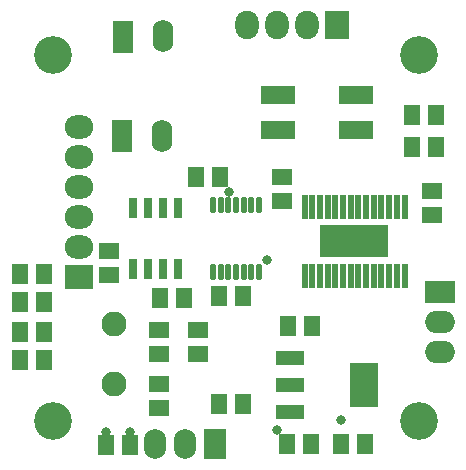
<source format=gts>
G04 Layer_Color=8388736*
%FSLAX44Y44*%
%MOMM*%
G71*
G01*
G75*
%ADD53R,1.4732X1.8034*%
%ADD54R,1.8034X1.4732*%
%ADD55R,2.9032X1.5032*%
%ADD56R,5.7150X2.6924*%
%ADD57R,0.6096X2.0066*%
%ADD58R,2.3532X3.7032*%
%ADD59R,2.3532X1.3032*%
%ADD60R,2.3532X1.3032*%
%ADD61O,0.5532X1.4532*%
%ADD62R,0.7112X1.7272*%
%ADD63C,3.2032*%
%ADD64C,2.2032*%
%ADD65C,2.1082*%
%ADD66R,1.7272X2.7432*%
%ADD67O,1.7272X2.7432*%
%ADD68O,1.9032X2.5032*%
%ADD69R,1.9032X2.5032*%
%ADD70O,2.5032X1.9032*%
%ADD71R,2.5032X1.9032*%
%ADD72R,2.4032X2.0032*%
%ADD73O,2.4032X2.0032*%
%ADD74R,2.0032X2.4032*%
%ADD75O,2.0032X2.4032*%
%ADD76C,0.8032*%
D53*
X44840Y-330000D02*
D03*
X65160D02*
D03*
X111160Y-205000D02*
D03*
X90840D02*
D03*
X161160Y-295000D02*
D03*
X140840D02*
D03*
X303530Y-50800D02*
D03*
X323850D02*
D03*
X303530Y-77470D02*
D03*
X323850D02*
D03*
X-28160Y-209000D02*
D03*
X-7840D02*
D03*
X197840Y-329000D02*
D03*
X218160D02*
D03*
X198840Y-229000D02*
D03*
X219160D02*
D03*
X243840Y-329000D02*
D03*
X264160D02*
D03*
X-28160Y-185000D02*
D03*
X-7840D02*
D03*
X-28160Y-258000D02*
D03*
X-7840D02*
D03*
X-28160Y-234000D02*
D03*
X-7840D02*
D03*
X161160Y-204000D02*
D03*
X140840D02*
D03*
X141160Y-103000D02*
D03*
X120840D02*
D03*
D54*
X321000Y-114840D02*
D03*
Y-135160D02*
D03*
X194000Y-102840D02*
D03*
Y-123160D02*
D03*
X90000Y-298160D02*
D03*
Y-277840D02*
D03*
Y-232840D02*
D03*
Y-253160D02*
D03*
X123000Y-232840D02*
D03*
Y-253160D02*
D03*
X47000Y-165840D02*
D03*
Y-186160D02*
D03*
D55*
X190500Y-33760D02*
D03*
Y-62760D02*
D03*
X256540Y-33760D02*
D03*
Y-62760D02*
D03*
D56*
X255143Y-157480D02*
D03*
D57*
X297561Y-186436D02*
D03*
X290957D02*
D03*
X284607D02*
D03*
X278003D02*
D03*
X271399D02*
D03*
X265049D02*
D03*
X258445D02*
D03*
X252095D02*
D03*
X245491D02*
D03*
X238887D02*
D03*
X232537D02*
D03*
X225933D02*
D03*
X219583D02*
D03*
X212979D02*
D03*
Y-128524D02*
D03*
X219583D02*
D03*
X225933D02*
D03*
X232537D02*
D03*
X238887D02*
D03*
X245491D02*
D03*
X252095D02*
D03*
X258445D02*
D03*
X265049D02*
D03*
X271399D02*
D03*
X278003D02*
D03*
X284607D02*
D03*
X290957D02*
D03*
X297561D02*
D03*
D58*
X263000Y-279000D02*
D03*
D59*
X201000Y-302000D02*
D03*
Y-256000D02*
D03*
D60*
Y-279000D02*
D03*
D61*
X174489Y-126644D02*
D03*
X167989D02*
D03*
X161489D02*
D03*
X154989D02*
D03*
X148489D02*
D03*
X141989D02*
D03*
X135489D02*
D03*
X174489Y-183144D02*
D03*
X167989D02*
D03*
X161489D02*
D03*
X154989D02*
D03*
X148489D02*
D03*
X141989D02*
D03*
X135489D02*
D03*
D62*
X67950Y-181035D02*
D03*
X80650D02*
D03*
X93350D02*
D03*
X106050D02*
D03*
Y-128965D02*
D03*
X93350D02*
D03*
X80650D02*
D03*
X67950D02*
D03*
D63*
X309880Y-309880D02*
D03*
Y0D02*
D03*
X0D02*
D03*
Y-309880D02*
D03*
D64*
X255270Y-157480D02*
D03*
D65*
X52000Y-278400D02*
D03*
Y-227600D02*
D03*
D66*
X57982Y-68127D02*
D03*
X58982Y15873D02*
D03*
D67*
X92018Y-67873D02*
D03*
X93018Y16127D02*
D03*
D68*
X86300Y-329000D02*
D03*
X111700D02*
D03*
D69*
X137100D02*
D03*
D70*
X328000Y-251400D02*
D03*
Y-226000D02*
D03*
D71*
Y-200600D02*
D03*
D72*
X22000Y-187500D02*
D03*
D73*
Y-162100D02*
D03*
Y-136700D02*
D03*
Y-111300D02*
D03*
Y-85900D02*
D03*
Y-60500D02*
D03*
D74*
X240030Y25400D02*
D03*
D75*
X214630D02*
D03*
X189230D02*
D03*
X163830D02*
D03*
D76*
X65000Y-319000D02*
D03*
X45000D02*
D03*
X244000Y-309000D02*
D03*
X190000Y-317000D02*
D03*
X181000Y-173000D02*
D03*
X149000Y-116000D02*
D03*
M02*

</source>
